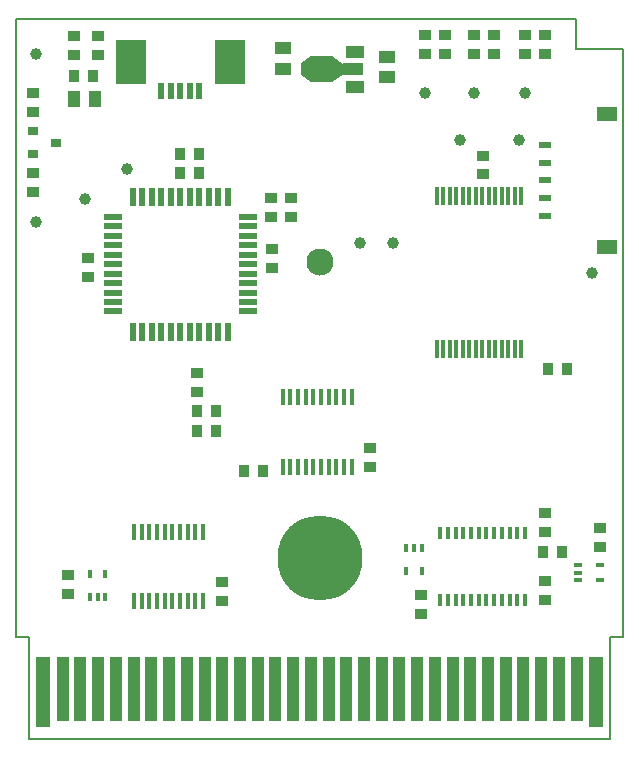
<source format=gbr>
G04 #@! TF.GenerationSoftware,KiCad,Pcbnew,5.1.6-c6e7f7d~86~ubuntu20.04.1*
G04 #@! TF.CreationDate,2020-05-17T16:09:38+03:00*
G04 #@! TF.ProjectId,GB-LIVE32,47422d4c-4956-4453-9332-2e6b69636164,v2.0*
G04 #@! TF.SameCoordinates,Original*
G04 #@! TF.FileFunction,Soldermask,Top*
G04 #@! TF.FilePolarity,Negative*
%FSLAX46Y46*%
G04 Gerber Fmt 4.6, Leading zero omitted, Abs format (unit mm)*
G04 Created by KiCad (PCBNEW 5.1.6-c6e7f7d~86~ubuntu20.04.1) date 2020-05-17 16:09:38*
%MOMM*%
%LPD*%
G01*
G04 APERTURE LIST*
G04 #@! TA.AperFunction,Profile*
%ADD10C,0.150000*%
G04 #@! TD*
%ADD11R,0.350000X1.500000*%
%ADD12R,1.000000X0.600000*%
%ADD13R,1.800000X1.250000*%
%ADD14C,1.000000*%
%ADD15R,1.400000X1.120000*%
%ADD16R,0.820000X1.000000*%
%ADD17R,1.000000X0.820000*%
%ADD18R,1.120000X1.400000*%
%ADD19R,0.900000X0.800000*%
%ADD20R,0.500000X1.400000*%
%ADD21R,2.500000X3.800000*%
%ADD22R,1.300000X6.000000*%
%ADD23R,1.000000X5.500000*%
%ADD24C,0.100000*%
%ADD25R,1.500000X1.000000*%
%ADD26R,1.800000X1.000000*%
%ADD27R,1.840000X2.200000*%
%ADD28R,0.550000X1.500000*%
%ADD29R,1.500000X0.550000*%
%ADD30R,0.400000X0.650000*%
%ADD31R,0.400000X1.100000*%
%ADD32R,0.450000X1.450000*%
%ADD33R,0.650000X0.400000*%
%ADD34C,7.200000*%
%ADD35C,2.300000*%
G04 APERTURE END LIST*
D10*
X121700000Y-41600000D02*
X125700000Y-41600000D01*
X121700000Y-39000000D02*
X121700000Y-41600000D01*
X125700000Y-41600000D02*
X125700000Y-91400000D01*
X74300000Y-39000000D02*
X121700000Y-39000000D01*
X74300000Y-91400000D02*
X74300000Y-39000000D01*
X124600000Y-91400000D02*
X125700000Y-91400000D01*
X75400000Y-91400000D02*
X74300000Y-91400000D01*
X124600000Y-91400000D02*
X124600000Y-100000000D01*
X75400000Y-100000000D02*
X124600000Y-100000000D01*
X75400000Y-91400000D02*
X75400000Y-100000000D01*
D11*
X109925000Y-54050000D03*
X109925000Y-66950000D03*
X110475000Y-54050000D03*
X110475000Y-66950000D03*
X111025000Y-54050000D03*
X111025000Y-66950000D03*
X111575000Y-54050000D03*
X111575000Y-66950000D03*
X112125000Y-54050000D03*
X112125000Y-66950000D03*
X112675000Y-54050000D03*
X112675000Y-66950000D03*
X113225000Y-54050000D03*
X113225000Y-66950000D03*
X113775000Y-54050000D03*
X113775000Y-66950000D03*
X114325000Y-54050000D03*
X114325000Y-66950000D03*
X114875000Y-54050000D03*
X114875000Y-66950000D03*
X115425000Y-54050000D03*
X115425000Y-66950000D03*
X115975000Y-54050000D03*
X115975000Y-66950000D03*
X116525000Y-54050000D03*
X116525000Y-66950000D03*
X117075000Y-54050000D03*
X117075000Y-66950000D03*
D12*
X119105000Y-49700000D03*
X119105000Y-51200000D03*
X119105000Y-52700000D03*
X119105000Y-54200000D03*
X119105000Y-55700000D03*
D13*
X124295000Y-47095000D03*
X124295000Y-58305000D03*
D14*
X76000000Y-56200000D03*
X106200000Y-58000000D03*
X103400000Y-58000000D03*
X83700000Y-51700000D03*
X80100000Y-54300000D03*
X108900000Y-45300000D03*
X117400000Y-45300000D03*
X113100000Y-45300000D03*
X116900000Y-49300000D03*
X111900000Y-49300000D03*
X76000000Y-42000000D03*
X123100000Y-60500000D03*
D15*
X96900000Y-43280000D03*
X96900000Y-41520000D03*
D16*
X89800000Y-52100000D03*
X88200000Y-52100000D03*
D15*
X105700000Y-43980000D03*
X105700000Y-42220000D03*
D17*
X97600000Y-55800000D03*
X97600000Y-54200000D03*
D16*
X91200000Y-73900000D03*
X89600000Y-73900000D03*
D17*
X80400000Y-59300000D03*
X80400000Y-60900000D03*
X96000000Y-60100000D03*
X96000000Y-58500000D03*
X113800000Y-52200000D03*
X113800000Y-50600000D03*
X81200000Y-40500000D03*
X81200000Y-42100000D03*
D16*
X80800000Y-43900000D03*
X79200000Y-43900000D03*
D18*
X80980000Y-45800000D03*
X79220000Y-45800000D03*
D17*
X78700000Y-86100000D03*
X78700000Y-87700000D03*
X108600000Y-89400000D03*
X108600000Y-87800000D03*
X91700000Y-88300000D03*
X91700000Y-86700000D03*
X104300000Y-77000000D03*
X104300000Y-75400000D03*
X119100000Y-80900000D03*
X119100000Y-82500000D03*
X123700000Y-82100000D03*
X123700000Y-83700000D03*
X119100000Y-88200000D03*
X119100000Y-86600000D03*
D19*
X75700000Y-48550000D03*
X75700000Y-50450000D03*
X77700000Y-49500000D03*
D17*
X110600000Y-40400000D03*
X110600000Y-42000000D03*
X119100000Y-40400000D03*
X119100000Y-42000000D03*
X114800000Y-40400000D03*
X114800000Y-42000000D03*
X75700000Y-52100000D03*
X75700000Y-53700000D03*
X75700000Y-45300000D03*
X75700000Y-46900000D03*
D20*
X89800000Y-45100000D03*
X89000000Y-45100000D03*
X88200000Y-45100000D03*
X87400000Y-45100000D03*
X86600000Y-45100000D03*
D21*
X92400000Y-42700000D03*
X84000000Y-42700000D03*
D22*
X123400000Y-96000000D03*
D23*
X121750000Y-95750000D03*
X120250000Y-95750000D03*
X118750000Y-95750000D03*
X117250000Y-95750000D03*
X115750000Y-95750000D03*
X114250000Y-95750000D03*
X112750000Y-95750000D03*
X111250000Y-95750000D03*
X109750000Y-95750000D03*
X108250000Y-95750000D03*
X106750000Y-95750000D03*
X105250000Y-95750000D03*
X103750000Y-95750000D03*
X102250000Y-95750000D03*
X100750000Y-95750000D03*
X99250000Y-95750000D03*
X97750000Y-95750000D03*
X96250000Y-95750000D03*
X94750000Y-95750000D03*
X93250000Y-95750000D03*
X91750000Y-95750000D03*
X90250000Y-95750000D03*
X88750000Y-95750000D03*
X87250000Y-95750000D03*
X85750000Y-95750000D03*
X84250000Y-95750000D03*
X82750000Y-95750000D03*
X81250000Y-95750000D03*
X79750000Y-95750000D03*
D22*
X76600000Y-96000000D03*
D23*
X78250000Y-95750000D03*
D17*
X79200000Y-42100000D03*
X79200000Y-40500000D03*
X108900000Y-42000000D03*
X108900000Y-40400000D03*
D16*
X119300000Y-68700000D03*
X120900000Y-68700000D03*
X95200000Y-77300000D03*
X93600000Y-77300000D03*
D17*
X117400000Y-42000000D03*
X117400000Y-40400000D03*
X113100000Y-42000000D03*
X113100000Y-40400000D03*
X89600000Y-69000000D03*
X89600000Y-70600000D03*
X95900000Y-55800000D03*
X95900000Y-54200000D03*
D16*
X89600000Y-72200000D03*
X91200000Y-72200000D03*
X118900000Y-84200000D03*
X120500000Y-84200000D03*
D24*
G36*
X99258000Y-44400000D02*
G01*
X98408000Y-43800000D01*
X98408000Y-42800000D01*
X99258000Y-42200000D01*
X99258000Y-44400000D01*
G37*
D25*
X102980000Y-44800000D03*
D26*
X102833500Y-43300000D03*
D25*
X102980000Y-41800000D03*
D27*
X100166500Y-43300000D03*
D24*
G36*
X101076200Y-42200000D02*
G01*
X102076200Y-42900000D01*
X102076200Y-43700000D01*
X101076200Y-44400000D01*
X101076200Y-42200000D01*
G37*
D28*
X84200000Y-54100000D03*
X85000000Y-54100000D03*
X85800000Y-54100000D03*
X86600000Y-54100000D03*
X87400000Y-54100000D03*
X88200000Y-54100000D03*
X89000000Y-54100000D03*
X89800000Y-54100000D03*
X90600000Y-54100000D03*
X91400000Y-54100000D03*
X92200000Y-54100000D03*
D29*
X93900000Y-55800000D03*
X93900000Y-56600000D03*
X93900000Y-57400000D03*
X93900000Y-58200000D03*
X93900000Y-59000000D03*
X93900000Y-59800000D03*
X93900000Y-60600000D03*
X93900000Y-61400000D03*
X93900000Y-62200000D03*
X93900000Y-63000000D03*
X93900000Y-63800000D03*
D28*
X92200000Y-65500000D03*
X91400000Y-65500000D03*
X90600000Y-65500000D03*
X89800000Y-65500000D03*
X89000000Y-65500000D03*
X88200000Y-65500000D03*
X87400000Y-65500000D03*
X86600000Y-65500000D03*
X85800000Y-65500000D03*
X85000000Y-65500000D03*
X84200000Y-65500000D03*
D29*
X82500000Y-63800000D03*
X82500000Y-63000000D03*
X82500000Y-62200000D03*
X82500000Y-61400000D03*
X82500000Y-60600000D03*
X82500000Y-59800000D03*
X82500000Y-59000000D03*
X82500000Y-58200000D03*
X82500000Y-57400000D03*
X82500000Y-56600000D03*
X82500000Y-55800000D03*
D30*
X108650000Y-83850000D03*
X107350000Y-83850000D03*
X108000000Y-83850000D03*
X107350000Y-85750000D03*
X108650000Y-85750000D03*
D31*
X117375000Y-82550000D03*
X116725000Y-82550000D03*
X116075000Y-82550000D03*
X115425000Y-82550000D03*
X114775000Y-82550000D03*
X114125000Y-82550000D03*
X113475000Y-82550000D03*
X112825000Y-82550000D03*
X112175000Y-82550000D03*
X111525000Y-82550000D03*
X110875000Y-82550000D03*
X110225000Y-82550000D03*
X110225000Y-88250000D03*
X110875000Y-88250000D03*
X111525000Y-88250000D03*
X112175000Y-88250000D03*
X112825000Y-88250000D03*
X113475000Y-88250000D03*
X114125000Y-88250000D03*
X114775000Y-88250000D03*
X115425000Y-88250000D03*
X116075000Y-88250000D03*
X116725000Y-88250000D03*
X117375000Y-88250000D03*
D32*
X102725000Y-76950000D03*
X102075000Y-76950000D03*
X101425000Y-76950000D03*
X100775000Y-76950000D03*
X100125000Y-76950000D03*
X99475000Y-76950000D03*
X98825000Y-76950000D03*
X98175000Y-76950000D03*
X97525000Y-76950000D03*
X96875000Y-76950000D03*
X96875000Y-71050000D03*
X97525000Y-71050000D03*
X98175000Y-71050000D03*
X98825000Y-71050000D03*
X99475000Y-71050000D03*
X100125000Y-71050000D03*
X100775000Y-71050000D03*
X101425000Y-71050000D03*
X102075000Y-71050000D03*
X102725000Y-71050000D03*
X90125000Y-82450000D03*
X89475000Y-82450000D03*
X88825000Y-82450000D03*
X88175000Y-82450000D03*
X87525000Y-82450000D03*
X86875000Y-82450000D03*
X86225000Y-82450000D03*
X85575000Y-82450000D03*
X84925000Y-82450000D03*
X84275000Y-82450000D03*
X84275000Y-88350000D03*
X84925000Y-88350000D03*
X85575000Y-88350000D03*
X86225000Y-88350000D03*
X86875000Y-88350000D03*
X87525000Y-88350000D03*
X88175000Y-88350000D03*
X88825000Y-88350000D03*
X89475000Y-88350000D03*
X90125000Y-88350000D03*
D30*
X80550000Y-87950000D03*
X81850000Y-87950000D03*
X81200000Y-87950000D03*
X81850000Y-86050000D03*
X80550000Y-86050000D03*
D33*
X123750000Y-85250000D03*
X123750000Y-86550000D03*
X121850000Y-85900000D03*
X121850000Y-86550000D03*
X121850000Y-85250000D03*
D34*
X100000000Y-84650000D03*
D35*
X100000000Y-59650000D03*
D16*
X88200000Y-50500000D03*
X89800000Y-50500000D03*
M02*

</source>
